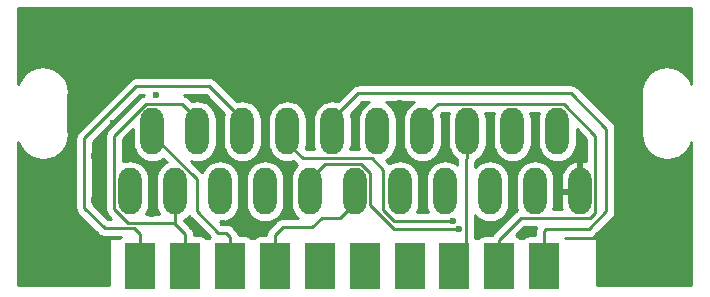
<source format=gtl>
G04 #@! TF.GenerationSoftware,KiCad,Pcbnew,(5.1.0)-1*
G04 #@! TF.CreationDate,2019-07-11T18:39:25-04:00*
G04 #@! TF.ProjectId,EUROSCART_2_JP21,4555524f-5343-4415-9254-5f325f4a5032,rev?*
G04 #@! TF.SameCoordinates,Original*
G04 #@! TF.FileFunction,Copper,L1,Top*
G04 #@! TF.FilePolarity,Positive*
%FSLAX46Y46*%
G04 Gerber Fmt 4.6, Leading zero omitted, Abs format (unit mm)*
G04 Created by KiCad (PCBNEW (5.1.0)-1) date 2019-07-11 18:39:25*
%MOMM*%
%LPD*%
G04 APERTURE LIST*
%ADD10R,2.500000X4.000000*%
%ADD11O,1.981200X3.962400*%
%ADD12C,0.600000*%
%ADD13C,0.250000*%
%ADD14C,0.254000*%
G04 APERTURE END LIST*
D10*
X115625000Y-91840501D03*
X119425000Y-91840501D03*
X123225000Y-91840501D03*
X127025000Y-91840501D03*
X130825000Y-91840501D03*
X134625000Y-91840501D03*
X138425000Y-91840501D03*
X142225000Y-91840501D03*
X146025000Y-91840501D03*
X149825000Y-91840501D03*
D11*
X114750000Y-85480000D03*
X116655000Y-80400000D03*
X118560000Y-85480000D03*
X120465000Y-80400000D03*
X122370000Y-85480000D03*
X124275000Y-80400000D03*
X126180000Y-85480000D03*
X128085000Y-80400000D03*
X129990000Y-85480000D03*
X131895000Y-80400000D03*
X133800000Y-85480000D03*
X135705000Y-80400000D03*
X137610000Y-85480000D03*
X139515000Y-80400000D03*
X141420000Y-85480000D03*
X143325000Y-80400000D03*
X145230000Y-85480000D03*
X147135000Y-80400000D03*
X149040000Y-85480000D03*
X150945000Y-80400000D03*
X152850000Y-85480000D03*
D12*
X160000000Y-70400000D03*
X157500000Y-70400000D03*
X155000000Y-70400000D03*
X152500000Y-70400000D03*
X150000000Y-70400000D03*
X147500000Y-70400000D03*
X145000000Y-70400000D03*
X142500000Y-70400000D03*
X140000000Y-70400000D03*
X137500000Y-70400000D03*
X135000000Y-70400000D03*
X132500000Y-70400000D03*
X130000000Y-70400000D03*
X127500000Y-70400000D03*
X125000000Y-70400000D03*
X122500000Y-70400000D03*
X120000000Y-70400000D03*
X117500000Y-70400000D03*
X115000000Y-70400000D03*
X112500000Y-70400000D03*
X110000000Y-70400000D03*
X107500000Y-70400000D03*
X142100000Y-88000000D03*
X142575000Y-88643721D03*
X155000000Y-92500000D03*
X160000000Y-72500000D03*
X107500000Y-72500000D03*
X107500000Y-92500000D03*
X110000000Y-92500000D03*
X111700000Y-86200000D03*
X111700000Y-82500000D03*
X113300000Y-79700000D03*
X117000000Y-77300000D03*
X126200000Y-76700000D03*
X130500000Y-77300000D03*
X124200000Y-88700000D03*
X122600000Y-88200000D03*
X120300000Y-88600000D03*
X116600000Y-87400000D03*
X116600000Y-84200000D03*
X137600000Y-78000000D03*
X133800000Y-79500000D03*
X148400000Y-88800000D03*
X139500000Y-85400000D03*
X147100000Y-85400000D03*
X106800000Y-84900000D03*
X106900000Y-87600000D03*
X106500000Y-90000000D03*
X156600000Y-92600000D03*
X160300000Y-89900000D03*
X160600000Y-87600000D03*
X160600000Y-84900000D03*
X161100000Y-92499998D03*
D13*
X143325000Y-82631200D02*
X143325000Y-80400000D01*
X143200000Y-82756200D02*
X143325000Y-82631200D01*
X143200000Y-90115501D02*
X143200000Y-82756200D01*
X142225000Y-91840501D02*
X142225000Y-91090501D01*
X142225000Y-91090501D02*
X143200000Y-90115501D01*
X129400610Y-82706210D02*
X135206210Y-82706210D01*
X136200000Y-87100000D02*
X137100000Y-88000000D01*
X128085000Y-81390600D02*
X129400610Y-82706210D01*
X137100000Y-88000000D02*
X141675736Y-88000000D01*
X141675736Y-88000000D02*
X142100000Y-88000000D01*
X136200000Y-83700000D02*
X136200000Y-87100000D01*
X135206210Y-82706210D02*
X136200000Y-83700000D01*
X128085000Y-80400000D02*
X128085000Y-81390600D01*
X139515000Y-79409400D02*
X139515000Y-80400000D01*
X140830610Y-78093790D02*
X139515000Y-79409400D01*
X151489943Y-78093790D02*
X140830610Y-78093790D01*
X154165610Y-80769457D02*
X151489943Y-78093790D01*
X154165610Y-87334390D02*
X154165610Y-80769457D01*
X147829291Y-87786210D02*
X153713790Y-87786210D01*
X146025000Y-89590501D02*
X147829291Y-87786210D01*
X153713790Y-87786210D02*
X154165610Y-87334390D01*
X146025000Y-91840501D02*
X146025000Y-89590501D01*
X129990000Y-84489400D02*
X129990000Y-85480000D01*
X131305610Y-83173790D02*
X129990000Y-84489400D01*
X135115610Y-83944457D02*
X134344943Y-83173790D01*
X135115610Y-86652020D02*
X135115610Y-83944457D01*
X137107311Y-88643721D02*
X135115610Y-86652020D01*
X134344943Y-83173790D02*
X131305610Y-83173790D01*
X142575000Y-88643721D02*
X137107311Y-88643721D01*
X150000000Y-88700000D02*
X149825000Y-88875000D01*
X149825000Y-88875000D02*
X149825000Y-91840501D01*
X153600000Y-88700000D02*
X150000000Y-88700000D01*
X131895000Y-79409400D02*
X134104400Y-77200000D01*
X131895000Y-80400000D02*
X131895000Y-79409400D01*
X134104400Y-77200000D02*
X152100000Y-77200000D01*
X152100000Y-77200000D02*
X155100000Y-80200000D01*
X155100000Y-80200000D02*
X155100000Y-87200000D01*
X155100000Y-87200000D02*
X153600000Y-88700000D01*
X124275000Y-79409400D02*
X121465600Y-76600000D01*
X124275000Y-80400000D02*
X124275000Y-79409400D01*
X121465600Y-76600000D02*
X115300000Y-76600000D01*
X115300000Y-76600000D02*
X110900000Y-81000000D01*
X110900000Y-81000000D02*
X110900000Y-86900000D01*
X110900000Y-86900000D02*
X112600000Y-88600000D01*
X112600000Y-88600000D02*
X115100000Y-88600000D01*
X115625000Y-89125000D02*
X115625000Y-91840501D01*
X115100000Y-88600000D02*
X115625000Y-89125000D01*
X114568837Y-88149990D02*
X118449990Y-88149990D01*
X120465000Y-79409400D02*
X119149390Y-78093790D01*
X120465000Y-80400000D02*
X120465000Y-79409400D01*
X119149390Y-78093790D02*
X116110057Y-78093790D01*
X116110057Y-78093790D02*
X113434390Y-80769457D01*
X113434390Y-80769457D02*
X113434390Y-87015543D01*
X113434390Y-87015543D02*
X114568837Y-88149990D01*
X119425000Y-89125000D02*
X119425000Y-91840501D01*
X118449990Y-88149990D02*
X119425000Y-89125000D01*
X118560000Y-85480000D02*
X118560000Y-86470600D01*
X118560000Y-88039980D02*
X118560000Y-85480000D01*
X118449990Y-88149990D02*
X118560000Y-88039980D01*
X123225000Y-89325000D02*
X123225000Y-91840501D01*
X116655000Y-80723847D02*
X120400000Y-84468847D01*
X116655000Y-80400000D02*
X116655000Y-80723847D01*
X120400000Y-84468847D02*
X120400000Y-87200000D01*
X120400000Y-87200000D02*
X122200000Y-89000000D01*
X122200000Y-89000000D02*
X122900000Y-89000000D01*
X122900000Y-89000000D02*
X123225000Y-89325000D01*
X133800000Y-86470600D02*
X133800000Y-85480000D01*
X132559400Y-87711200D02*
X133800000Y-86470600D01*
X130988800Y-87711200D02*
X132559400Y-87711200D01*
X127700000Y-88500000D02*
X130200000Y-88500000D01*
X130200000Y-88500000D02*
X130988800Y-87711200D01*
X127025000Y-89175000D02*
X127025000Y-91840501D01*
X127700000Y-88500000D02*
X127025000Y-89175000D01*
D14*
G36*
X162290001Y-76437191D02*
G01*
X162245868Y-76298068D01*
X162222290Y-76243058D01*
X162199508Y-76187783D01*
X162195125Y-76179677D01*
X162051836Y-75919034D01*
X162018048Y-75869687D01*
X161984936Y-75819850D01*
X161979062Y-75812749D01*
X161787876Y-75584904D01*
X161745146Y-75543060D01*
X161702987Y-75500605D01*
X161695846Y-75494781D01*
X161464045Y-75308408D01*
X161414031Y-75275680D01*
X161364398Y-75242202D01*
X161356261Y-75237876D01*
X161092675Y-75100077D01*
X161037219Y-75077672D01*
X160982068Y-75054488D01*
X160973246Y-75051825D01*
X160687915Y-74967847D01*
X160629175Y-74956642D01*
X160570558Y-74944609D01*
X160561386Y-74943710D01*
X160265178Y-74916753D01*
X160205361Y-74917171D01*
X160145544Y-74916753D01*
X160136372Y-74917653D01*
X159840569Y-74948742D01*
X159781972Y-74960771D01*
X159723210Y-74971980D01*
X159714388Y-74974644D01*
X159430257Y-75062598D01*
X159375139Y-75085768D01*
X159319650Y-75108186D01*
X159311514Y-75112513D01*
X159049878Y-75253979D01*
X159000311Y-75287412D01*
X158950232Y-75320183D01*
X158943091Y-75326008D01*
X158713915Y-75515597D01*
X158671774Y-75558034D01*
X158629024Y-75599897D01*
X158623150Y-75606998D01*
X158435164Y-75837492D01*
X158402049Y-75887334D01*
X158368265Y-75936674D01*
X158363882Y-75944781D01*
X158224246Y-76207399D01*
X158201458Y-76262687D01*
X158177886Y-76317683D01*
X158175162Y-76326487D01*
X158089193Y-76611225D01*
X158077570Y-76669925D01*
X158065137Y-76728419D01*
X158064174Y-76737584D01*
X158035150Y-77033596D01*
X158035150Y-77162406D01*
X158055801Y-77266697D01*
X158055800Y-80487952D01*
X158045478Y-80521300D01*
X158036932Y-80602622D01*
X158035299Y-80610870D01*
X158035299Y-80618164D01*
X158032016Y-80649404D01*
X158032016Y-80658620D01*
X158032165Y-80679898D01*
X158035298Y-80709700D01*
X158035298Y-80739680D01*
X158036262Y-80748844D01*
X158069416Y-81044424D01*
X158081853Y-81102936D01*
X158093471Y-81161614D01*
X158096196Y-81170413D01*
X158096197Y-81170419D01*
X158096199Y-81170425D01*
X158186130Y-81453928D01*
X158209691Y-81508899D01*
X158232491Y-81564217D01*
X158236874Y-81572323D01*
X158380163Y-81832965D01*
X158413947Y-81882305D01*
X158447062Y-81932147D01*
X158452936Y-81939247D01*
X158644122Y-82167094D01*
X158686853Y-82208939D01*
X158729013Y-82251395D01*
X158736155Y-82257219D01*
X158967956Y-82443591D01*
X159017968Y-82476318D01*
X159067600Y-82509795D01*
X159075737Y-82514121D01*
X159339323Y-82651921D01*
X159394783Y-82674328D01*
X159449931Y-82697511D01*
X159458753Y-82700174D01*
X159744083Y-82784152D01*
X159802837Y-82795360D01*
X159861441Y-82807390D01*
X159870613Y-82808289D01*
X160166820Y-82835246D01*
X160226638Y-82834828D01*
X160286455Y-82835246D01*
X160295626Y-82834347D01*
X160591430Y-82803257D01*
X160650017Y-82791230D01*
X160708787Y-82780020D01*
X160717609Y-82777356D01*
X161001740Y-82689403D01*
X161056883Y-82666223D01*
X161112348Y-82643814D01*
X161120485Y-82639487D01*
X161382121Y-82498021D01*
X161431705Y-82464576D01*
X161481768Y-82431816D01*
X161488909Y-82425992D01*
X161718085Y-82236401D01*
X161760224Y-82193966D01*
X161802974Y-82152103D01*
X161808848Y-82145002D01*
X161996834Y-81914509D01*
X162029938Y-81864682D01*
X162063733Y-81815327D01*
X162068116Y-81807221D01*
X162207753Y-81544603D01*
X162230560Y-81489269D01*
X162254114Y-81434314D01*
X162256838Y-81425515D01*
X162256840Y-81425509D01*
X162290001Y-81315674D01*
X162290000Y-93390000D01*
X154327000Y-93390000D01*
X154327000Y-89600000D01*
X154324560Y-89575224D01*
X154317333Y-89551399D01*
X154305597Y-89529443D01*
X154289803Y-89510197D01*
X154270557Y-89494403D01*
X154248601Y-89482667D01*
X154224776Y-89475440D01*
X154200000Y-89473000D01*
X151594862Y-89473000D01*
X151584194Y-89460000D01*
X153562678Y-89460000D01*
X153600000Y-89463676D01*
X153637322Y-89460000D01*
X153637333Y-89460000D01*
X153748986Y-89449003D01*
X153892247Y-89405546D01*
X154024276Y-89334974D01*
X154140001Y-89240001D01*
X154163804Y-89210997D01*
X155611003Y-87763799D01*
X155640001Y-87740001D01*
X155734974Y-87624276D01*
X155805546Y-87492247D01*
X155849003Y-87348986D01*
X155860000Y-87237333D01*
X155860000Y-87237324D01*
X155863676Y-87200001D01*
X155860000Y-87162678D01*
X155860000Y-80237325D01*
X155863676Y-80200000D01*
X155860000Y-80162675D01*
X155860000Y-80162667D01*
X155849003Y-80051014D01*
X155805546Y-79907753D01*
X155734974Y-79775724D01*
X155640001Y-79659999D01*
X155611004Y-79636202D01*
X152663804Y-76689003D01*
X152640001Y-76659999D01*
X152524276Y-76565026D01*
X152392247Y-76494454D01*
X152248986Y-76450997D01*
X152137333Y-76440000D01*
X152137322Y-76440000D01*
X152100000Y-76436324D01*
X152062678Y-76440000D01*
X134141722Y-76440000D01*
X134104399Y-76436324D01*
X134067076Y-76440000D01*
X134067067Y-76440000D01*
X133955414Y-76450997D01*
X133812153Y-76494454D01*
X133680124Y-76565026D01*
X133680122Y-76565027D01*
X133680123Y-76565027D01*
X133593396Y-76636201D01*
X133593392Y-76636205D01*
X133564399Y-76659999D01*
X133540605Y-76688992D01*
X132373725Y-77855873D01*
X132213673Y-77807322D01*
X131895000Y-77775935D01*
X131576328Y-77807322D01*
X131269901Y-77900275D01*
X130987496Y-78051223D01*
X130739967Y-78254366D01*
X130536824Y-78501895D01*
X130385876Y-78784300D01*
X130292923Y-79090727D01*
X130269401Y-79329546D01*
X130269400Y-81470453D01*
X130292922Y-81709272D01*
X130364796Y-81946210D01*
X129715412Y-81946210D01*
X129638527Y-81869325D01*
X129687078Y-81709273D01*
X129710600Y-81470454D01*
X129710600Y-79329546D01*
X129687078Y-79090727D01*
X129594125Y-78784300D01*
X129443177Y-78501895D01*
X129240034Y-78254366D01*
X128992505Y-78051223D01*
X128710100Y-77900275D01*
X128403673Y-77807322D01*
X128085000Y-77775935D01*
X127766328Y-77807322D01*
X127459901Y-77900275D01*
X127177496Y-78051223D01*
X126929967Y-78254366D01*
X126726824Y-78501895D01*
X126575876Y-78784300D01*
X126482923Y-79090727D01*
X126459401Y-79329546D01*
X126459400Y-81470453D01*
X126482922Y-81709272D01*
X126575875Y-82015699D01*
X126726823Y-82298104D01*
X126929966Y-82545634D01*
X127177495Y-82748777D01*
X127459900Y-82899725D01*
X127766327Y-82992678D01*
X128085000Y-83024065D01*
X128403672Y-82992678D01*
X128563725Y-82944127D01*
X128836810Y-83217212D01*
X128860609Y-83246211D01*
X128901496Y-83279766D01*
X128834967Y-83334366D01*
X128631824Y-83581895D01*
X128480876Y-83864300D01*
X128387923Y-84170727D01*
X128364401Y-84409546D01*
X128364400Y-86550453D01*
X128387922Y-86789272D01*
X128480875Y-87095699D01*
X128631823Y-87378104D01*
X128834966Y-87625634D01*
X128974321Y-87740000D01*
X127737322Y-87740000D01*
X127699999Y-87736324D01*
X127662676Y-87740000D01*
X127662667Y-87740000D01*
X127551014Y-87750997D01*
X127407753Y-87794454D01*
X127275723Y-87865026D01*
X127239544Y-87894718D01*
X127159999Y-87959999D01*
X127136200Y-87988998D01*
X126514002Y-88611197D01*
X126484999Y-88634999D01*
X126439869Y-88689991D01*
X126390026Y-88750724D01*
X126323599Y-88875000D01*
X126319454Y-88882754D01*
X126275997Y-89026015D01*
X126265000Y-89137668D01*
X126265000Y-89137678D01*
X126261324Y-89175000D01*
X126264026Y-89202429D01*
X125775000Y-89202429D01*
X125650518Y-89214689D01*
X125530820Y-89250999D01*
X125420506Y-89309964D01*
X125323815Y-89389316D01*
X125255138Y-89473000D01*
X124994862Y-89473000D01*
X124926185Y-89389316D01*
X124829494Y-89309964D01*
X124719180Y-89250999D01*
X124599482Y-89214689D01*
X124475000Y-89202429D01*
X123976605Y-89202429D01*
X123974003Y-89176014D01*
X123930546Y-89032753D01*
X123859974Y-88900724D01*
X123765001Y-88784999D01*
X123736003Y-88761201D01*
X123463803Y-88489002D01*
X123440001Y-88459999D01*
X123324276Y-88365026D01*
X123192247Y-88294454D01*
X123048986Y-88250997D01*
X122937333Y-88240000D01*
X122937322Y-88240000D01*
X122900000Y-88236324D01*
X122862678Y-88240000D01*
X122514803Y-88240000D01*
X122378072Y-88103270D01*
X122688672Y-88072678D01*
X122995099Y-87979725D01*
X123277504Y-87828777D01*
X123525034Y-87625634D01*
X123728177Y-87378105D01*
X123879125Y-87095700D01*
X123972078Y-86789273D01*
X123995600Y-86550454D01*
X123995600Y-86550453D01*
X124554400Y-86550453D01*
X124577922Y-86789272D01*
X124670875Y-87095699D01*
X124821823Y-87378104D01*
X125024966Y-87625634D01*
X125272495Y-87828777D01*
X125554900Y-87979725D01*
X125861327Y-88072678D01*
X126180000Y-88104065D01*
X126498672Y-88072678D01*
X126805099Y-87979725D01*
X127087504Y-87828777D01*
X127335034Y-87625634D01*
X127538177Y-87378105D01*
X127689125Y-87095700D01*
X127782078Y-86789273D01*
X127805600Y-86550454D01*
X127805600Y-84409546D01*
X127782078Y-84170727D01*
X127689125Y-83864300D01*
X127538177Y-83581895D01*
X127335034Y-83334366D01*
X127087505Y-83131223D01*
X126805100Y-82980275D01*
X126498673Y-82887322D01*
X126180000Y-82855935D01*
X125861328Y-82887322D01*
X125554901Y-82980275D01*
X125272496Y-83131223D01*
X125024967Y-83334366D01*
X124821824Y-83581895D01*
X124670876Y-83864300D01*
X124577923Y-84170727D01*
X124554401Y-84409546D01*
X124554400Y-86550453D01*
X123995600Y-86550453D01*
X123995600Y-84409546D01*
X123972078Y-84170727D01*
X123879125Y-83864300D01*
X123728177Y-83581895D01*
X123525034Y-83334366D01*
X123277505Y-83131223D01*
X122995100Y-82980275D01*
X122688673Y-82887322D01*
X122370000Y-82855935D01*
X122051328Y-82887322D01*
X121744901Y-82980275D01*
X121462496Y-83131223D01*
X121214967Y-83334366D01*
X121011824Y-83581895D01*
X120864143Y-83858188D01*
X119934322Y-82928367D01*
X120146327Y-82992678D01*
X120465000Y-83024065D01*
X120783672Y-82992678D01*
X121090099Y-82899725D01*
X121372504Y-82748777D01*
X121620034Y-82545634D01*
X121823177Y-82298105D01*
X121974125Y-82015700D01*
X122067078Y-81709273D01*
X122090600Y-81470454D01*
X122090600Y-79329546D01*
X122067078Y-79090727D01*
X121974125Y-78784300D01*
X121823177Y-78501895D01*
X121620034Y-78254366D01*
X121372505Y-78051223D01*
X121090100Y-77900275D01*
X120783673Y-77807322D01*
X120465000Y-77775935D01*
X120146328Y-77807322D01*
X119986275Y-77855873D01*
X119713194Y-77582793D01*
X119689391Y-77553789D01*
X119573666Y-77458816D01*
X119441637Y-77388244D01*
X119348527Y-77360000D01*
X121150799Y-77360000D01*
X122721474Y-78930675D01*
X122672923Y-79090727D01*
X122649401Y-79329546D01*
X122649400Y-81470453D01*
X122672922Y-81709272D01*
X122765875Y-82015699D01*
X122916823Y-82298104D01*
X123119966Y-82545634D01*
X123367495Y-82748777D01*
X123649900Y-82899725D01*
X123956327Y-82992678D01*
X124275000Y-83024065D01*
X124593672Y-82992678D01*
X124900099Y-82899725D01*
X125182504Y-82748777D01*
X125430034Y-82545634D01*
X125633177Y-82298105D01*
X125784125Y-82015700D01*
X125877078Y-81709273D01*
X125900600Y-81470454D01*
X125900600Y-79329546D01*
X125877078Y-79090727D01*
X125784125Y-78784300D01*
X125633177Y-78501895D01*
X125430034Y-78254366D01*
X125182505Y-78051223D01*
X124900100Y-77900275D01*
X124593673Y-77807322D01*
X124275000Y-77775935D01*
X123956328Y-77807322D01*
X123796275Y-77855873D01*
X122029404Y-76089003D01*
X122005601Y-76059999D01*
X121889876Y-75965026D01*
X121757847Y-75894454D01*
X121614586Y-75850997D01*
X121502933Y-75840000D01*
X121502922Y-75840000D01*
X121465600Y-75836324D01*
X121428278Y-75840000D01*
X115337325Y-75840000D01*
X115300000Y-75836324D01*
X115262675Y-75840000D01*
X115262667Y-75840000D01*
X115151014Y-75850997D01*
X115007753Y-75894454D01*
X114875724Y-75965026D01*
X114759999Y-76059999D01*
X114736201Y-76088997D01*
X110389003Y-80436196D01*
X110359999Y-80459999D01*
X110333535Y-80492246D01*
X110265026Y-80575724D01*
X110206483Y-80685249D01*
X110194454Y-80707754D01*
X110150997Y-80851015D01*
X110140000Y-80962668D01*
X110140000Y-80962678D01*
X110136324Y-81000000D01*
X110140000Y-81037323D01*
X110140001Y-86862668D01*
X110136324Y-86900000D01*
X110140001Y-86937333D01*
X110150998Y-87048986D01*
X110152178Y-87052876D01*
X110194454Y-87192246D01*
X110265026Y-87324276D01*
X110330432Y-87403972D01*
X110360000Y-87440001D01*
X110388998Y-87463799D01*
X112036200Y-89111002D01*
X112059999Y-89140001D01*
X112088997Y-89163799D01*
X112175723Y-89234974D01*
X112294111Y-89298254D01*
X112307753Y-89305546D01*
X112451014Y-89349003D01*
X112562667Y-89360000D01*
X112562676Y-89360000D01*
X112599999Y-89363676D01*
X112637322Y-89360000D01*
X113959537Y-89360000D01*
X113923815Y-89389316D01*
X113855138Y-89473000D01*
X113100000Y-89473000D01*
X113075224Y-89475440D01*
X113051399Y-89482667D01*
X113029443Y-89494403D01*
X113010197Y-89510197D01*
X112994403Y-89529443D01*
X112982667Y-89551399D01*
X112975440Y-89575224D01*
X112973000Y-89600000D01*
X112973000Y-93390000D01*
X105310000Y-93390000D01*
X105310000Y-81314810D01*
X105354130Y-81453928D01*
X105377691Y-81508899D01*
X105400491Y-81564217D01*
X105404874Y-81572323D01*
X105548163Y-81832965D01*
X105581947Y-81882305D01*
X105615062Y-81932147D01*
X105620936Y-81939247D01*
X105812122Y-82167094D01*
X105854853Y-82208939D01*
X105897013Y-82251395D01*
X105904155Y-82257219D01*
X106135956Y-82443591D01*
X106185968Y-82476318D01*
X106235600Y-82509795D01*
X106243737Y-82514121D01*
X106507323Y-82651921D01*
X106562783Y-82674328D01*
X106617931Y-82697511D01*
X106626753Y-82700174D01*
X106912083Y-82784152D01*
X106970837Y-82795360D01*
X107029441Y-82807390D01*
X107038613Y-82808289D01*
X107334820Y-82835246D01*
X107394638Y-82834828D01*
X107454455Y-82835246D01*
X107463626Y-82834347D01*
X107759430Y-82803257D01*
X107818017Y-82791230D01*
X107876787Y-82780020D01*
X107885609Y-82777356D01*
X108169740Y-82689403D01*
X108224883Y-82666223D01*
X108280348Y-82643814D01*
X108288485Y-82639487D01*
X108550121Y-82498021D01*
X108599705Y-82464576D01*
X108649768Y-82431816D01*
X108656909Y-82425992D01*
X108886085Y-82236401D01*
X108928224Y-82193966D01*
X108970974Y-82152103D01*
X108976848Y-82145002D01*
X109164834Y-81914509D01*
X109197938Y-81864682D01*
X109231733Y-81815327D01*
X109236116Y-81807221D01*
X109375753Y-81544603D01*
X109398560Y-81489269D01*
X109422114Y-81434314D01*
X109424838Y-81425515D01*
X109424840Y-81425509D01*
X109510806Y-81140773D01*
X109522422Y-81082108D01*
X109534862Y-81023584D01*
X109535825Y-81014419D01*
X109564850Y-80718406D01*
X109564850Y-80589596D01*
X109544200Y-80485305D01*
X109544200Y-77264047D01*
X109554522Y-77230699D01*
X109563068Y-77149377D01*
X109564701Y-77141129D01*
X109564701Y-77133835D01*
X109567984Y-77102594D01*
X109567984Y-77093379D01*
X109567835Y-77072100D01*
X109564702Y-77042298D01*
X109564702Y-77012319D01*
X109563738Y-77003154D01*
X109530584Y-76707575D01*
X109518151Y-76649081D01*
X109506528Y-76590381D01*
X109503803Y-76581578D01*
X109413868Y-76298068D01*
X109390290Y-76243058D01*
X109367508Y-76187783D01*
X109363125Y-76179677D01*
X109219836Y-75919034D01*
X109186048Y-75869687D01*
X109152936Y-75819850D01*
X109147062Y-75812749D01*
X108955876Y-75584904D01*
X108913146Y-75543060D01*
X108870987Y-75500605D01*
X108863846Y-75494781D01*
X108632045Y-75308408D01*
X108582031Y-75275680D01*
X108532398Y-75242202D01*
X108524261Y-75237876D01*
X108260675Y-75100077D01*
X108205219Y-75077672D01*
X108150068Y-75054488D01*
X108141246Y-75051825D01*
X107855915Y-74967847D01*
X107797175Y-74956642D01*
X107738558Y-74944609D01*
X107729386Y-74943710D01*
X107433178Y-74916753D01*
X107373361Y-74917171D01*
X107313544Y-74916753D01*
X107304372Y-74917653D01*
X107008569Y-74948742D01*
X106949972Y-74960771D01*
X106891210Y-74971980D01*
X106882388Y-74974644D01*
X106598257Y-75062598D01*
X106543139Y-75085768D01*
X106487650Y-75108186D01*
X106479514Y-75112513D01*
X106217878Y-75253979D01*
X106168311Y-75287412D01*
X106118232Y-75320183D01*
X106111091Y-75326008D01*
X105881915Y-75515597D01*
X105839774Y-75558034D01*
X105797024Y-75599897D01*
X105791150Y-75606998D01*
X105603164Y-75837492D01*
X105570049Y-75887334D01*
X105536265Y-75936674D01*
X105531882Y-75944781D01*
X105392246Y-76207399D01*
X105369458Y-76262687D01*
X105345886Y-76317683D01*
X105343162Y-76326487D01*
X105310000Y-76436323D01*
X105310000Y-70010000D01*
X162290001Y-70010000D01*
X162290001Y-76437191D01*
X162290001Y-76437191D01*
G37*
X162290001Y-76437191D02*
X162245868Y-76298068D01*
X162222290Y-76243058D01*
X162199508Y-76187783D01*
X162195125Y-76179677D01*
X162051836Y-75919034D01*
X162018048Y-75869687D01*
X161984936Y-75819850D01*
X161979062Y-75812749D01*
X161787876Y-75584904D01*
X161745146Y-75543060D01*
X161702987Y-75500605D01*
X161695846Y-75494781D01*
X161464045Y-75308408D01*
X161414031Y-75275680D01*
X161364398Y-75242202D01*
X161356261Y-75237876D01*
X161092675Y-75100077D01*
X161037219Y-75077672D01*
X160982068Y-75054488D01*
X160973246Y-75051825D01*
X160687915Y-74967847D01*
X160629175Y-74956642D01*
X160570558Y-74944609D01*
X160561386Y-74943710D01*
X160265178Y-74916753D01*
X160205361Y-74917171D01*
X160145544Y-74916753D01*
X160136372Y-74917653D01*
X159840569Y-74948742D01*
X159781972Y-74960771D01*
X159723210Y-74971980D01*
X159714388Y-74974644D01*
X159430257Y-75062598D01*
X159375139Y-75085768D01*
X159319650Y-75108186D01*
X159311514Y-75112513D01*
X159049878Y-75253979D01*
X159000311Y-75287412D01*
X158950232Y-75320183D01*
X158943091Y-75326008D01*
X158713915Y-75515597D01*
X158671774Y-75558034D01*
X158629024Y-75599897D01*
X158623150Y-75606998D01*
X158435164Y-75837492D01*
X158402049Y-75887334D01*
X158368265Y-75936674D01*
X158363882Y-75944781D01*
X158224246Y-76207399D01*
X158201458Y-76262687D01*
X158177886Y-76317683D01*
X158175162Y-76326487D01*
X158089193Y-76611225D01*
X158077570Y-76669925D01*
X158065137Y-76728419D01*
X158064174Y-76737584D01*
X158035150Y-77033596D01*
X158035150Y-77162406D01*
X158055801Y-77266697D01*
X158055800Y-80487952D01*
X158045478Y-80521300D01*
X158036932Y-80602622D01*
X158035299Y-80610870D01*
X158035299Y-80618164D01*
X158032016Y-80649404D01*
X158032016Y-80658620D01*
X158032165Y-80679898D01*
X158035298Y-80709700D01*
X158035298Y-80739680D01*
X158036262Y-80748844D01*
X158069416Y-81044424D01*
X158081853Y-81102936D01*
X158093471Y-81161614D01*
X158096196Y-81170413D01*
X158096197Y-81170419D01*
X158096199Y-81170425D01*
X158186130Y-81453928D01*
X158209691Y-81508899D01*
X158232491Y-81564217D01*
X158236874Y-81572323D01*
X158380163Y-81832965D01*
X158413947Y-81882305D01*
X158447062Y-81932147D01*
X158452936Y-81939247D01*
X158644122Y-82167094D01*
X158686853Y-82208939D01*
X158729013Y-82251395D01*
X158736155Y-82257219D01*
X158967956Y-82443591D01*
X159017968Y-82476318D01*
X159067600Y-82509795D01*
X159075737Y-82514121D01*
X159339323Y-82651921D01*
X159394783Y-82674328D01*
X159449931Y-82697511D01*
X159458753Y-82700174D01*
X159744083Y-82784152D01*
X159802837Y-82795360D01*
X159861441Y-82807390D01*
X159870613Y-82808289D01*
X160166820Y-82835246D01*
X160226638Y-82834828D01*
X160286455Y-82835246D01*
X160295626Y-82834347D01*
X160591430Y-82803257D01*
X160650017Y-82791230D01*
X160708787Y-82780020D01*
X160717609Y-82777356D01*
X161001740Y-82689403D01*
X161056883Y-82666223D01*
X161112348Y-82643814D01*
X161120485Y-82639487D01*
X161382121Y-82498021D01*
X161431705Y-82464576D01*
X161481768Y-82431816D01*
X161488909Y-82425992D01*
X161718085Y-82236401D01*
X161760224Y-82193966D01*
X161802974Y-82152103D01*
X161808848Y-82145002D01*
X161996834Y-81914509D01*
X162029938Y-81864682D01*
X162063733Y-81815327D01*
X162068116Y-81807221D01*
X162207753Y-81544603D01*
X162230560Y-81489269D01*
X162254114Y-81434314D01*
X162256838Y-81425515D01*
X162256840Y-81425509D01*
X162290001Y-81315674D01*
X162290000Y-93390000D01*
X154327000Y-93390000D01*
X154327000Y-89600000D01*
X154324560Y-89575224D01*
X154317333Y-89551399D01*
X154305597Y-89529443D01*
X154289803Y-89510197D01*
X154270557Y-89494403D01*
X154248601Y-89482667D01*
X154224776Y-89475440D01*
X154200000Y-89473000D01*
X151594862Y-89473000D01*
X151584194Y-89460000D01*
X153562678Y-89460000D01*
X153600000Y-89463676D01*
X153637322Y-89460000D01*
X153637333Y-89460000D01*
X153748986Y-89449003D01*
X153892247Y-89405546D01*
X154024276Y-89334974D01*
X154140001Y-89240001D01*
X154163804Y-89210997D01*
X155611003Y-87763799D01*
X155640001Y-87740001D01*
X155734974Y-87624276D01*
X155805546Y-87492247D01*
X155849003Y-87348986D01*
X155860000Y-87237333D01*
X155860000Y-87237324D01*
X155863676Y-87200001D01*
X155860000Y-87162678D01*
X155860000Y-80237325D01*
X155863676Y-80200000D01*
X155860000Y-80162675D01*
X155860000Y-80162667D01*
X155849003Y-80051014D01*
X155805546Y-79907753D01*
X155734974Y-79775724D01*
X155640001Y-79659999D01*
X155611004Y-79636202D01*
X152663804Y-76689003D01*
X152640001Y-76659999D01*
X152524276Y-76565026D01*
X152392247Y-76494454D01*
X152248986Y-76450997D01*
X152137333Y-76440000D01*
X152137322Y-76440000D01*
X152100000Y-76436324D01*
X152062678Y-76440000D01*
X134141722Y-76440000D01*
X134104399Y-76436324D01*
X134067076Y-76440000D01*
X134067067Y-76440000D01*
X133955414Y-76450997D01*
X133812153Y-76494454D01*
X133680124Y-76565026D01*
X133680122Y-76565027D01*
X133680123Y-76565027D01*
X133593396Y-76636201D01*
X133593392Y-76636205D01*
X133564399Y-76659999D01*
X133540605Y-76688992D01*
X132373725Y-77855873D01*
X132213673Y-77807322D01*
X131895000Y-77775935D01*
X131576328Y-77807322D01*
X131269901Y-77900275D01*
X130987496Y-78051223D01*
X130739967Y-78254366D01*
X130536824Y-78501895D01*
X130385876Y-78784300D01*
X130292923Y-79090727D01*
X130269401Y-79329546D01*
X130269400Y-81470453D01*
X130292922Y-81709272D01*
X130364796Y-81946210D01*
X129715412Y-81946210D01*
X129638527Y-81869325D01*
X129687078Y-81709273D01*
X129710600Y-81470454D01*
X129710600Y-79329546D01*
X129687078Y-79090727D01*
X129594125Y-78784300D01*
X129443177Y-78501895D01*
X129240034Y-78254366D01*
X128992505Y-78051223D01*
X128710100Y-77900275D01*
X128403673Y-77807322D01*
X128085000Y-77775935D01*
X127766328Y-77807322D01*
X127459901Y-77900275D01*
X127177496Y-78051223D01*
X126929967Y-78254366D01*
X126726824Y-78501895D01*
X126575876Y-78784300D01*
X126482923Y-79090727D01*
X126459401Y-79329546D01*
X126459400Y-81470453D01*
X126482922Y-81709272D01*
X126575875Y-82015699D01*
X126726823Y-82298104D01*
X126929966Y-82545634D01*
X127177495Y-82748777D01*
X127459900Y-82899725D01*
X127766327Y-82992678D01*
X128085000Y-83024065D01*
X128403672Y-82992678D01*
X128563725Y-82944127D01*
X128836810Y-83217212D01*
X128860609Y-83246211D01*
X128901496Y-83279766D01*
X128834967Y-83334366D01*
X128631824Y-83581895D01*
X128480876Y-83864300D01*
X128387923Y-84170727D01*
X128364401Y-84409546D01*
X128364400Y-86550453D01*
X128387922Y-86789272D01*
X128480875Y-87095699D01*
X128631823Y-87378104D01*
X128834966Y-87625634D01*
X128974321Y-87740000D01*
X127737322Y-87740000D01*
X127699999Y-87736324D01*
X127662676Y-87740000D01*
X127662667Y-87740000D01*
X127551014Y-87750997D01*
X127407753Y-87794454D01*
X127275723Y-87865026D01*
X127239544Y-87894718D01*
X127159999Y-87959999D01*
X127136200Y-87988998D01*
X126514002Y-88611197D01*
X126484999Y-88634999D01*
X126439869Y-88689991D01*
X126390026Y-88750724D01*
X126323599Y-88875000D01*
X126319454Y-88882754D01*
X126275997Y-89026015D01*
X126265000Y-89137668D01*
X126265000Y-89137678D01*
X126261324Y-89175000D01*
X126264026Y-89202429D01*
X125775000Y-89202429D01*
X125650518Y-89214689D01*
X125530820Y-89250999D01*
X125420506Y-89309964D01*
X125323815Y-89389316D01*
X125255138Y-89473000D01*
X124994862Y-89473000D01*
X124926185Y-89389316D01*
X124829494Y-89309964D01*
X124719180Y-89250999D01*
X124599482Y-89214689D01*
X124475000Y-89202429D01*
X123976605Y-89202429D01*
X123974003Y-89176014D01*
X123930546Y-89032753D01*
X123859974Y-88900724D01*
X123765001Y-88784999D01*
X123736003Y-88761201D01*
X123463803Y-88489002D01*
X123440001Y-88459999D01*
X123324276Y-88365026D01*
X123192247Y-88294454D01*
X123048986Y-88250997D01*
X122937333Y-88240000D01*
X122937322Y-88240000D01*
X122900000Y-88236324D01*
X122862678Y-88240000D01*
X122514803Y-88240000D01*
X122378072Y-88103270D01*
X122688672Y-88072678D01*
X122995099Y-87979725D01*
X123277504Y-87828777D01*
X123525034Y-87625634D01*
X123728177Y-87378105D01*
X123879125Y-87095700D01*
X123972078Y-86789273D01*
X123995600Y-86550454D01*
X123995600Y-86550453D01*
X124554400Y-86550453D01*
X124577922Y-86789272D01*
X124670875Y-87095699D01*
X124821823Y-87378104D01*
X125024966Y-87625634D01*
X125272495Y-87828777D01*
X125554900Y-87979725D01*
X125861327Y-88072678D01*
X126180000Y-88104065D01*
X126498672Y-88072678D01*
X126805099Y-87979725D01*
X127087504Y-87828777D01*
X127335034Y-87625634D01*
X127538177Y-87378105D01*
X127689125Y-87095700D01*
X127782078Y-86789273D01*
X127805600Y-86550454D01*
X127805600Y-84409546D01*
X127782078Y-84170727D01*
X127689125Y-83864300D01*
X127538177Y-83581895D01*
X127335034Y-83334366D01*
X127087505Y-83131223D01*
X126805100Y-82980275D01*
X126498673Y-82887322D01*
X126180000Y-82855935D01*
X125861328Y-82887322D01*
X125554901Y-82980275D01*
X125272496Y-83131223D01*
X125024967Y-83334366D01*
X124821824Y-83581895D01*
X124670876Y-83864300D01*
X124577923Y-84170727D01*
X124554401Y-84409546D01*
X124554400Y-86550453D01*
X123995600Y-86550453D01*
X123995600Y-84409546D01*
X123972078Y-84170727D01*
X123879125Y-83864300D01*
X123728177Y-83581895D01*
X123525034Y-83334366D01*
X123277505Y-83131223D01*
X122995100Y-82980275D01*
X122688673Y-82887322D01*
X122370000Y-82855935D01*
X122051328Y-82887322D01*
X121744901Y-82980275D01*
X121462496Y-83131223D01*
X121214967Y-83334366D01*
X121011824Y-83581895D01*
X120864143Y-83858188D01*
X119934322Y-82928367D01*
X120146327Y-82992678D01*
X120465000Y-83024065D01*
X120783672Y-82992678D01*
X121090099Y-82899725D01*
X121372504Y-82748777D01*
X121620034Y-82545634D01*
X121823177Y-82298105D01*
X121974125Y-82015700D01*
X122067078Y-81709273D01*
X122090600Y-81470454D01*
X122090600Y-79329546D01*
X122067078Y-79090727D01*
X121974125Y-78784300D01*
X121823177Y-78501895D01*
X121620034Y-78254366D01*
X121372505Y-78051223D01*
X121090100Y-77900275D01*
X120783673Y-77807322D01*
X120465000Y-77775935D01*
X120146328Y-77807322D01*
X119986275Y-77855873D01*
X119713194Y-77582793D01*
X119689391Y-77553789D01*
X119573666Y-77458816D01*
X119441637Y-77388244D01*
X119348527Y-77360000D01*
X121150799Y-77360000D01*
X122721474Y-78930675D01*
X122672923Y-79090727D01*
X122649401Y-79329546D01*
X122649400Y-81470453D01*
X122672922Y-81709272D01*
X122765875Y-82015699D01*
X122916823Y-82298104D01*
X123119966Y-82545634D01*
X123367495Y-82748777D01*
X123649900Y-82899725D01*
X123956327Y-82992678D01*
X124275000Y-83024065D01*
X124593672Y-82992678D01*
X124900099Y-82899725D01*
X125182504Y-82748777D01*
X125430034Y-82545634D01*
X125633177Y-82298105D01*
X125784125Y-82015700D01*
X125877078Y-81709273D01*
X125900600Y-81470454D01*
X125900600Y-79329546D01*
X125877078Y-79090727D01*
X125784125Y-78784300D01*
X125633177Y-78501895D01*
X125430034Y-78254366D01*
X125182505Y-78051223D01*
X124900100Y-77900275D01*
X124593673Y-77807322D01*
X124275000Y-77775935D01*
X123956328Y-77807322D01*
X123796275Y-77855873D01*
X122029404Y-76089003D01*
X122005601Y-76059999D01*
X121889876Y-75965026D01*
X121757847Y-75894454D01*
X121614586Y-75850997D01*
X121502933Y-75840000D01*
X121502922Y-75840000D01*
X121465600Y-75836324D01*
X121428278Y-75840000D01*
X115337325Y-75840000D01*
X115300000Y-75836324D01*
X115262675Y-75840000D01*
X115262667Y-75840000D01*
X115151014Y-75850997D01*
X115007753Y-75894454D01*
X114875724Y-75965026D01*
X114759999Y-76059999D01*
X114736201Y-76088997D01*
X110389003Y-80436196D01*
X110359999Y-80459999D01*
X110333535Y-80492246D01*
X110265026Y-80575724D01*
X110206483Y-80685249D01*
X110194454Y-80707754D01*
X110150997Y-80851015D01*
X110140000Y-80962668D01*
X110140000Y-80962678D01*
X110136324Y-81000000D01*
X110140000Y-81037323D01*
X110140001Y-86862668D01*
X110136324Y-86900000D01*
X110140001Y-86937333D01*
X110150998Y-87048986D01*
X110152178Y-87052876D01*
X110194454Y-87192246D01*
X110265026Y-87324276D01*
X110330432Y-87403972D01*
X110360000Y-87440001D01*
X110388998Y-87463799D01*
X112036200Y-89111002D01*
X112059999Y-89140001D01*
X112088997Y-89163799D01*
X112175723Y-89234974D01*
X112294111Y-89298254D01*
X112307753Y-89305546D01*
X112451014Y-89349003D01*
X112562667Y-89360000D01*
X112562676Y-89360000D01*
X112599999Y-89363676D01*
X112637322Y-89360000D01*
X113959537Y-89360000D01*
X113923815Y-89389316D01*
X113855138Y-89473000D01*
X113100000Y-89473000D01*
X113075224Y-89475440D01*
X113051399Y-89482667D01*
X113029443Y-89494403D01*
X113010197Y-89510197D01*
X112994403Y-89529443D01*
X112982667Y-89551399D01*
X112975440Y-89575224D01*
X112973000Y-89600000D01*
X112973000Y-93390000D01*
X105310000Y-93390000D01*
X105310000Y-81314810D01*
X105354130Y-81453928D01*
X105377691Y-81508899D01*
X105400491Y-81564217D01*
X105404874Y-81572323D01*
X105548163Y-81832965D01*
X105581947Y-81882305D01*
X105615062Y-81932147D01*
X105620936Y-81939247D01*
X105812122Y-82167094D01*
X105854853Y-82208939D01*
X105897013Y-82251395D01*
X105904155Y-82257219D01*
X106135956Y-82443591D01*
X106185968Y-82476318D01*
X106235600Y-82509795D01*
X106243737Y-82514121D01*
X106507323Y-82651921D01*
X106562783Y-82674328D01*
X106617931Y-82697511D01*
X106626753Y-82700174D01*
X106912083Y-82784152D01*
X106970837Y-82795360D01*
X107029441Y-82807390D01*
X107038613Y-82808289D01*
X107334820Y-82835246D01*
X107394638Y-82834828D01*
X107454455Y-82835246D01*
X107463626Y-82834347D01*
X107759430Y-82803257D01*
X107818017Y-82791230D01*
X107876787Y-82780020D01*
X107885609Y-82777356D01*
X108169740Y-82689403D01*
X108224883Y-82666223D01*
X108280348Y-82643814D01*
X108288485Y-82639487D01*
X108550121Y-82498021D01*
X108599705Y-82464576D01*
X108649768Y-82431816D01*
X108656909Y-82425992D01*
X108886085Y-82236401D01*
X108928224Y-82193966D01*
X108970974Y-82152103D01*
X108976848Y-82145002D01*
X109164834Y-81914509D01*
X109197938Y-81864682D01*
X109231733Y-81815327D01*
X109236116Y-81807221D01*
X109375753Y-81544603D01*
X109398560Y-81489269D01*
X109422114Y-81434314D01*
X109424838Y-81425515D01*
X109424840Y-81425509D01*
X109510806Y-81140773D01*
X109522422Y-81082108D01*
X109534862Y-81023584D01*
X109535825Y-81014419D01*
X109564850Y-80718406D01*
X109564850Y-80589596D01*
X109544200Y-80485305D01*
X109544200Y-77264047D01*
X109554522Y-77230699D01*
X109563068Y-77149377D01*
X109564701Y-77141129D01*
X109564701Y-77133835D01*
X109567984Y-77102594D01*
X109567984Y-77093379D01*
X109567835Y-77072100D01*
X109564702Y-77042298D01*
X109564702Y-77012319D01*
X109563738Y-77003154D01*
X109530584Y-76707575D01*
X109518151Y-76649081D01*
X109506528Y-76590381D01*
X109503803Y-76581578D01*
X109413868Y-76298068D01*
X109390290Y-76243058D01*
X109367508Y-76187783D01*
X109363125Y-76179677D01*
X109219836Y-75919034D01*
X109186048Y-75869687D01*
X109152936Y-75819850D01*
X109147062Y-75812749D01*
X108955876Y-75584904D01*
X108913146Y-75543060D01*
X108870987Y-75500605D01*
X108863846Y-75494781D01*
X108632045Y-75308408D01*
X108582031Y-75275680D01*
X108532398Y-75242202D01*
X108524261Y-75237876D01*
X108260675Y-75100077D01*
X108205219Y-75077672D01*
X108150068Y-75054488D01*
X108141246Y-75051825D01*
X107855915Y-74967847D01*
X107797175Y-74956642D01*
X107738558Y-74944609D01*
X107729386Y-74943710D01*
X107433178Y-74916753D01*
X107373361Y-74917171D01*
X107313544Y-74916753D01*
X107304372Y-74917653D01*
X107008569Y-74948742D01*
X106949972Y-74960771D01*
X106891210Y-74971980D01*
X106882388Y-74974644D01*
X106598257Y-75062598D01*
X106543139Y-75085768D01*
X106487650Y-75108186D01*
X106479514Y-75112513D01*
X106217878Y-75253979D01*
X106168311Y-75287412D01*
X106118232Y-75320183D01*
X106111091Y-75326008D01*
X105881915Y-75515597D01*
X105839774Y-75558034D01*
X105797024Y-75599897D01*
X105791150Y-75606998D01*
X105603164Y-75837492D01*
X105570049Y-75887334D01*
X105536265Y-75936674D01*
X105531882Y-75944781D01*
X105392246Y-76207399D01*
X105369458Y-76262687D01*
X105345886Y-76317683D01*
X105343162Y-76326487D01*
X105310000Y-76436323D01*
X105310000Y-70010000D01*
X162290001Y-70010000D01*
X162290001Y-76437191D01*
G36*
X145532923Y-79090727D02*
G01*
X145509401Y-79329546D01*
X145509400Y-81470453D01*
X145532922Y-81709272D01*
X145625875Y-82015699D01*
X145776823Y-82298104D01*
X145979966Y-82545634D01*
X146227495Y-82748777D01*
X146509900Y-82899725D01*
X146816327Y-82992678D01*
X147135000Y-83024065D01*
X147453672Y-82992678D01*
X147760099Y-82899725D01*
X148042504Y-82748777D01*
X148290034Y-82545634D01*
X148493177Y-82298105D01*
X148644125Y-82015700D01*
X148737078Y-81709273D01*
X148760600Y-81470454D01*
X148760600Y-79329546D01*
X148737078Y-79090727D01*
X148665204Y-78853790D01*
X149414797Y-78853790D01*
X149342923Y-79090727D01*
X149319401Y-79329546D01*
X149319400Y-81470453D01*
X149342922Y-81709272D01*
X149435875Y-82015699D01*
X149586823Y-82298104D01*
X149789966Y-82545634D01*
X150037495Y-82748777D01*
X150319900Y-82899725D01*
X150626327Y-82992678D01*
X150945000Y-83024065D01*
X151263672Y-82992678D01*
X151570099Y-82899725D01*
X151852504Y-82748777D01*
X152100034Y-82545634D01*
X152303177Y-82298105D01*
X152454125Y-82015700D01*
X152547078Y-81709273D01*
X152570600Y-81470454D01*
X152570600Y-80249249D01*
X153405611Y-81084260D01*
X153405611Y-82961218D01*
X153354758Y-82938940D01*
X153228959Y-82908589D01*
X152977000Y-83028058D01*
X152977000Y-85353000D01*
X152997000Y-85353000D01*
X152997000Y-85607000D01*
X152977000Y-85607000D01*
X152977000Y-85627000D01*
X152723000Y-85627000D01*
X152723000Y-85607000D01*
X151224400Y-85607000D01*
X151224400Y-86597600D01*
X151280412Y-86912299D01*
X151324921Y-87026210D01*
X150570204Y-87026210D01*
X150642078Y-86789273D01*
X150665600Y-86550454D01*
X150665600Y-84409546D01*
X150660957Y-84362400D01*
X151224400Y-84362400D01*
X151224400Y-85353000D01*
X152723000Y-85353000D01*
X152723000Y-83028058D01*
X152471041Y-82908589D01*
X152345242Y-82938940D01*
X152052461Y-83067205D01*
X151790329Y-83250124D01*
X151568920Y-83480668D01*
X151396742Y-83749977D01*
X151280412Y-84047701D01*
X151224400Y-84362400D01*
X150660957Y-84362400D01*
X150642078Y-84170727D01*
X150549125Y-83864300D01*
X150398177Y-83581895D01*
X150195034Y-83334366D01*
X149947505Y-83131223D01*
X149665100Y-82980275D01*
X149358673Y-82887322D01*
X149040000Y-82855935D01*
X148721328Y-82887322D01*
X148414901Y-82980275D01*
X148132496Y-83131223D01*
X147884967Y-83334366D01*
X147681824Y-83581895D01*
X147530876Y-83864300D01*
X147437923Y-84170727D01*
X147414401Y-84409546D01*
X147414400Y-86550453D01*
X147437922Y-86789272D01*
X147527811Y-87085599D01*
X147405015Y-87151236D01*
X147289290Y-87246209D01*
X147265492Y-87275207D01*
X145513998Y-89026702D01*
X145485000Y-89050500D01*
X145461202Y-89079498D01*
X145461201Y-89079499D01*
X145390026Y-89166225D01*
X145370674Y-89202429D01*
X144775000Y-89202429D01*
X144650518Y-89214689D01*
X144530820Y-89250999D01*
X144420506Y-89309964D01*
X144323815Y-89389316D01*
X144255138Y-89473000D01*
X143994862Y-89473000D01*
X143960000Y-89430520D01*
X143960000Y-87485548D01*
X144074966Y-87625634D01*
X144322495Y-87828777D01*
X144604900Y-87979725D01*
X144911327Y-88072678D01*
X145230000Y-88104065D01*
X145548672Y-88072678D01*
X145855099Y-87979725D01*
X146137504Y-87828777D01*
X146385034Y-87625634D01*
X146588177Y-87378105D01*
X146739125Y-87095700D01*
X146832078Y-86789273D01*
X146855600Y-86550454D01*
X146855600Y-84409546D01*
X146832078Y-84170727D01*
X146739125Y-83864300D01*
X146588177Y-83581895D01*
X146385034Y-83334366D01*
X146137505Y-83131223D01*
X145855100Y-82980275D01*
X145548673Y-82887322D01*
X145230000Y-82855935D01*
X144911328Y-82887322D01*
X144604901Y-82980275D01*
X144322496Y-83131223D01*
X144074967Y-83334366D01*
X143960000Y-83474453D01*
X143960000Y-83055427D01*
X144030546Y-82923447D01*
X144054702Y-82843814D01*
X144232504Y-82748777D01*
X144480034Y-82545634D01*
X144683177Y-82298105D01*
X144834125Y-82015700D01*
X144927078Y-81709273D01*
X144950600Y-81470454D01*
X144950600Y-79329546D01*
X144927078Y-79090727D01*
X144855204Y-78853790D01*
X145604797Y-78853790D01*
X145532923Y-79090727D01*
X145532923Y-79090727D01*
G37*
X145532923Y-79090727D02*
X145509401Y-79329546D01*
X145509400Y-81470453D01*
X145532922Y-81709272D01*
X145625875Y-82015699D01*
X145776823Y-82298104D01*
X145979966Y-82545634D01*
X146227495Y-82748777D01*
X146509900Y-82899725D01*
X146816327Y-82992678D01*
X147135000Y-83024065D01*
X147453672Y-82992678D01*
X147760099Y-82899725D01*
X148042504Y-82748777D01*
X148290034Y-82545634D01*
X148493177Y-82298105D01*
X148644125Y-82015700D01*
X148737078Y-81709273D01*
X148760600Y-81470454D01*
X148760600Y-79329546D01*
X148737078Y-79090727D01*
X148665204Y-78853790D01*
X149414797Y-78853790D01*
X149342923Y-79090727D01*
X149319401Y-79329546D01*
X149319400Y-81470453D01*
X149342922Y-81709272D01*
X149435875Y-82015699D01*
X149586823Y-82298104D01*
X149789966Y-82545634D01*
X150037495Y-82748777D01*
X150319900Y-82899725D01*
X150626327Y-82992678D01*
X150945000Y-83024065D01*
X151263672Y-82992678D01*
X151570099Y-82899725D01*
X151852504Y-82748777D01*
X152100034Y-82545634D01*
X152303177Y-82298105D01*
X152454125Y-82015700D01*
X152547078Y-81709273D01*
X152570600Y-81470454D01*
X152570600Y-80249249D01*
X153405611Y-81084260D01*
X153405611Y-82961218D01*
X153354758Y-82938940D01*
X153228959Y-82908589D01*
X152977000Y-83028058D01*
X152977000Y-85353000D01*
X152997000Y-85353000D01*
X152997000Y-85607000D01*
X152977000Y-85607000D01*
X152977000Y-85627000D01*
X152723000Y-85627000D01*
X152723000Y-85607000D01*
X151224400Y-85607000D01*
X151224400Y-86597600D01*
X151280412Y-86912299D01*
X151324921Y-87026210D01*
X150570204Y-87026210D01*
X150642078Y-86789273D01*
X150665600Y-86550454D01*
X150665600Y-84409546D01*
X150660957Y-84362400D01*
X151224400Y-84362400D01*
X151224400Y-85353000D01*
X152723000Y-85353000D01*
X152723000Y-83028058D01*
X152471041Y-82908589D01*
X152345242Y-82938940D01*
X152052461Y-83067205D01*
X151790329Y-83250124D01*
X151568920Y-83480668D01*
X151396742Y-83749977D01*
X151280412Y-84047701D01*
X151224400Y-84362400D01*
X150660957Y-84362400D01*
X150642078Y-84170727D01*
X150549125Y-83864300D01*
X150398177Y-83581895D01*
X150195034Y-83334366D01*
X149947505Y-83131223D01*
X149665100Y-82980275D01*
X149358673Y-82887322D01*
X149040000Y-82855935D01*
X148721328Y-82887322D01*
X148414901Y-82980275D01*
X148132496Y-83131223D01*
X147884967Y-83334366D01*
X147681824Y-83581895D01*
X147530876Y-83864300D01*
X147437923Y-84170727D01*
X147414401Y-84409546D01*
X147414400Y-86550453D01*
X147437922Y-86789272D01*
X147527811Y-87085599D01*
X147405015Y-87151236D01*
X147289290Y-87246209D01*
X147265492Y-87275207D01*
X145513998Y-89026702D01*
X145485000Y-89050500D01*
X145461202Y-89079498D01*
X145461201Y-89079499D01*
X145390026Y-89166225D01*
X145370674Y-89202429D01*
X144775000Y-89202429D01*
X144650518Y-89214689D01*
X144530820Y-89250999D01*
X144420506Y-89309964D01*
X144323815Y-89389316D01*
X144255138Y-89473000D01*
X143994862Y-89473000D01*
X143960000Y-89430520D01*
X143960000Y-87485548D01*
X144074966Y-87625634D01*
X144322495Y-87828777D01*
X144604900Y-87979725D01*
X144911327Y-88072678D01*
X145230000Y-88104065D01*
X145548672Y-88072678D01*
X145855099Y-87979725D01*
X146137504Y-87828777D01*
X146385034Y-87625634D01*
X146588177Y-87378105D01*
X146739125Y-87095700D01*
X146832078Y-86789273D01*
X146855600Y-86550454D01*
X146855600Y-84409546D01*
X146832078Y-84170727D01*
X146739125Y-83864300D01*
X146588177Y-83581895D01*
X146385034Y-83334366D01*
X146137505Y-83131223D01*
X145855100Y-82980275D01*
X145548673Y-82887322D01*
X145230000Y-82855935D01*
X144911328Y-82887322D01*
X144604901Y-82980275D01*
X144322496Y-83131223D01*
X144074967Y-83334366D01*
X143960000Y-83474453D01*
X143960000Y-83055427D01*
X144030546Y-82923447D01*
X144054702Y-82843814D01*
X144232504Y-82748777D01*
X144480034Y-82545634D01*
X144683177Y-82298105D01*
X144834125Y-82015700D01*
X144927078Y-81709273D01*
X144950600Y-81470454D01*
X144950600Y-79329546D01*
X144927078Y-79090727D01*
X144855204Y-78853790D01*
X145604797Y-78853790D01*
X145532923Y-79090727D01*
G36*
X149123991Y-88574266D02*
G01*
X149119454Y-88582754D01*
X149075997Y-88726015D01*
X149065000Y-88837668D01*
X149065000Y-88837678D01*
X149061324Y-88875000D01*
X149065000Y-88912323D01*
X149065000Y-89202429D01*
X148575000Y-89202429D01*
X148450518Y-89214689D01*
X148330820Y-89250999D01*
X148220506Y-89309964D01*
X148123815Y-89389316D01*
X148055138Y-89473000D01*
X147794862Y-89473000D01*
X147726185Y-89389316D01*
X147629494Y-89309964D01*
X147519180Y-89250999D01*
X147457894Y-89232408D01*
X148144093Y-88546210D01*
X149138987Y-88546210D01*
X149123991Y-88574266D01*
X149123991Y-88574266D01*
G37*
X149123991Y-88574266D02*
X149119454Y-88582754D01*
X149075997Y-88726015D01*
X149065000Y-88837668D01*
X149065000Y-88837678D01*
X149061324Y-88875000D01*
X149065000Y-88912323D01*
X149065000Y-89202429D01*
X148575000Y-89202429D01*
X148450518Y-89214689D01*
X148330820Y-89250999D01*
X148220506Y-89309964D01*
X148123815Y-89389316D01*
X148055138Y-89473000D01*
X147794862Y-89473000D01*
X147726185Y-89389316D01*
X147629494Y-89309964D01*
X147519180Y-89250999D01*
X147457894Y-89232408D01*
X148144093Y-88546210D01*
X149138987Y-88546210D01*
X149123991Y-88574266D01*
G36*
X119765026Y-87624276D02*
G01*
X119833535Y-87707753D01*
X119860000Y-87740001D01*
X119888998Y-87763799D01*
X121519622Y-89394425D01*
X121455138Y-89473000D01*
X121194862Y-89473000D01*
X121126185Y-89389316D01*
X121029494Y-89309964D01*
X120919180Y-89250999D01*
X120799482Y-89214689D01*
X120675000Y-89202429D01*
X120185000Y-89202429D01*
X120185000Y-89162322D01*
X120188676Y-89124999D01*
X120185000Y-89087676D01*
X120185000Y-89087667D01*
X120174003Y-88976014D01*
X120130546Y-88832753D01*
X120059974Y-88700724D01*
X119965001Y-88584999D01*
X119936004Y-88561202D01*
X119320000Y-87945199D01*
X119320000Y-87907619D01*
X119467504Y-87828777D01*
X119715034Y-87625634D01*
X119745748Y-87588209D01*
X119765026Y-87624276D01*
X119765026Y-87624276D01*
G37*
X119765026Y-87624276D02*
X119833535Y-87707753D01*
X119860000Y-87740001D01*
X119888998Y-87763799D01*
X121519622Y-89394425D01*
X121455138Y-89473000D01*
X121194862Y-89473000D01*
X121126185Y-89389316D01*
X121029494Y-89309964D01*
X120919180Y-89250999D01*
X120799482Y-89214689D01*
X120675000Y-89202429D01*
X120185000Y-89202429D01*
X120185000Y-89162322D01*
X120188676Y-89124999D01*
X120185000Y-89087676D01*
X120185000Y-89087667D01*
X120174003Y-88976014D01*
X120130546Y-88832753D01*
X120059974Y-88700724D01*
X119965001Y-88584999D01*
X119936004Y-88561202D01*
X119320000Y-87945199D01*
X119320000Y-87907619D01*
X119467504Y-87828777D01*
X119715034Y-87625634D01*
X119745748Y-87588209D01*
X119765026Y-87624276D01*
G36*
X115817810Y-77388244D02*
G01*
X115685781Y-77458816D01*
X115570056Y-77553789D01*
X115546258Y-77582787D01*
X112923393Y-80205653D01*
X112894389Y-80229456D01*
X112848871Y-80284920D01*
X112799416Y-80345181D01*
X112747946Y-80441474D01*
X112728844Y-80477211D01*
X112685387Y-80620472D01*
X112674390Y-80732125D01*
X112674390Y-80732135D01*
X112670714Y-80769457D01*
X112674390Y-80806780D01*
X112674391Y-86978211D01*
X112670714Y-87015543D01*
X112674391Y-87052876D01*
X112685388Y-87164529D01*
X112693796Y-87192246D01*
X112728844Y-87307789D01*
X112799416Y-87439819D01*
X112868729Y-87524276D01*
X112894390Y-87555544D01*
X112923388Y-87579342D01*
X113184046Y-87840000D01*
X112914802Y-87840000D01*
X111660000Y-86585199D01*
X111660000Y-81314801D01*
X115614802Y-77360000D01*
X115910920Y-77360000D01*
X115817810Y-77388244D01*
X115817810Y-77388244D01*
G37*
X115817810Y-77388244D02*
X115685781Y-77458816D01*
X115570056Y-77553789D01*
X115546258Y-77582787D01*
X112923393Y-80205653D01*
X112894389Y-80229456D01*
X112848871Y-80284920D01*
X112799416Y-80345181D01*
X112747946Y-80441474D01*
X112728844Y-80477211D01*
X112685387Y-80620472D01*
X112674390Y-80732125D01*
X112674390Y-80732135D01*
X112670714Y-80769457D01*
X112674390Y-80806780D01*
X112674391Y-86978211D01*
X112670714Y-87015543D01*
X112674391Y-87052876D01*
X112685388Y-87164529D01*
X112693796Y-87192246D01*
X112728844Y-87307789D01*
X112799416Y-87439819D01*
X112868729Y-87524276D01*
X112894390Y-87555544D01*
X112923388Y-87579342D01*
X113184046Y-87840000D01*
X112914802Y-87840000D01*
X111660000Y-86585199D01*
X111660000Y-81314801D01*
X115614802Y-77360000D01*
X115910920Y-77360000D01*
X115817810Y-77388244D01*
G36*
X115029400Y-81470453D02*
G01*
X115052922Y-81709272D01*
X115145875Y-82015699D01*
X115296823Y-82298104D01*
X115499966Y-82545634D01*
X115747495Y-82748777D01*
X116029900Y-82899725D01*
X116336327Y-82992678D01*
X116655000Y-83024065D01*
X116973672Y-82992678D01*
X117280099Y-82899725D01*
X117562504Y-82748777D01*
X117585915Y-82729564D01*
X117870858Y-83014507D01*
X117652496Y-83131223D01*
X117404967Y-83334366D01*
X117201824Y-83581895D01*
X117050876Y-83864300D01*
X116957923Y-84170727D01*
X116934401Y-84409546D01*
X116934400Y-86550453D01*
X116957922Y-86789272D01*
X117050875Y-87095699D01*
X117201823Y-87378104D01*
X117211578Y-87389990D01*
X116098423Y-87389990D01*
X116108177Y-87378105D01*
X116259125Y-87095700D01*
X116352078Y-86789273D01*
X116375600Y-86550454D01*
X116375600Y-84409546D01*
X116352078Y-84170727D01*
X116259125Y-83864300D01*
X116108177Y-83581895D01*
X115905034Y-83334366D01*
X115657505Y-83131223D01*
X115375100Y-82980275D01*
X115068673Y-82887322D01*
X114750000Y-82855935D01*
X114431328Y-82887322D01*
X114194390Y-82959196D01*
X114194390Y-81084258D01*
X115029401Y-80249248D01*
X115029400Y-81470453D01*
X115029400Y-81470453D01*
G37*
X115029400Y-81470453D02*
X115052922Y-81709272D01*
X115145875Y-82015699D01*
X115296823Y-82298104D01*
X115499966Y-82545634D01*
X115747495Y-82748777D01*
X116029900Y-82899725D01*
X116336327Y-82992678D01*
X116655000Y-83024065D01*
X116973672Y-82992678D01*
X117280099Y-82899725D01*
X117562504Y-82748777D01*
X117585915Y-82729564D01*
X117870858Y-83014507D01*
X117652496Y-83131223D01*
X117404967Y-83334366D01*
X117201824Y-83581895D01*
X117050876Y-83864300D01*
X116957923Y-84170727D01*
X116934401Y-84409546D01*
X116934400Y-86550453D01*
X116957922Y-86789272D01*
X117050875Y-87095699D01*
X117201823Y-87378104D01*
X117211578Y-87389990D01*
X116098423Y-87389990D01*
X116108177Y-87378105D01*
X116259125Y-87095700D01*
X116352078Y-86789273D01*
X116375600Y-86550454D01*
X116375600Y-84409546D01*
X116352078Y-84170727D01*
X116259125Y-83864300D01*
X116108177Y-83581895D01*
X115905034Y-83334366D01*
X115657505Y-83131223D01*
X115375100Y-82980275D01*
X115068673Y-82887322D01*
X114750000Y-82855935D01*
X114431328Y-82887322D01*
X114194390Y-82959196D01*
X114194390Y-81084258D01*
X115029401Y-80249248D01*
X115029400Y-81470453D01*
G36*
X138607496Y-78051223D02*
G01*
X138359967Y-78254366D01*
X138156824Y-78501895D01*
X138005876Y-78784300D01*
X137912923Y-79090727D01*
X137889401Y-79329546D01*
X137889400Y-81470453D01*
X137912922Y-81709272D01*
X138005875Y-82015699D01*
X138156823Y-82298104D01*
X138359966Y-82545634D01*
X138607495Y-82748777D01*
X138889900Y-82899725D01*
X139196327Y-82992678D01*
X139515000Y-83024065D01*
X139833672Y-82992678D01*
X140140099Y-82899725D01*
X140422504Y-82748777D01*
X140670034Y-82545634D01*
X140873177Y-82298105D01*
X141024125Y-82015700D01*
X141117078Y-81709273D01*
X141140600Y-81470454D01*
X141140600Y-79329546D01*
X141117078Y-79090727D01*
X141068527Y-78930675D01*
X141145412Y-78853790D01*
X141794797Y-78853790D01*
X141722923Y-79090727D01*
X141699401Y-79329546D01*
X141699400Y-81470453D01*
X141722922Y-81709272D01*
X141815875Y-82015699D01*
X141966823Y-82298104D01*
X142169966Y-82545634D01*
X142417495Y-82748777D01*
X142436599Y-82758988D01*
X142440001Y-82793532D01*
X142440001Y-83223547D01*
X142327505Y-83131223D01*
X142045100Y-82980275D01*
X141738673Y-82887322D01*
X141420000Y-82855935D01*
X141101328Y-82887322D01*
X140794901Y-82980275D01*
X140512496Y-83131223D01*
X140264967Y-83334366D01*
X140061824Y-83581895D01*
X139910876Y-83864300D01*
X139817923Y-84170727D01*
X139794401Y-84409546D01*
X139794400Y-86550453D01*
X139817922Y-86789272D01*
X139910875Y-87095699D01*
X139988005Y-87240000D01*
X139041995Y-87240000D01*
X139119125Y-87095700D01*
X139212078Y-86789273D01*
X139235600Y-86550454D01*
X139235600Y-84409546D01*
X139212078Y-84170727D01*
X139119125Y-83864300D01*
X138968177Y-83581895D01*
X138765034Y-83334366D01*
X138517505Y-83131223D01*
X138235100Y-82980275D01*
X137928673Y-82887322D01*
X137610000Y-82855935D01*
X137291328Y-82887322D01*
X136984901Y-82980275D01*
X136704796Y-83129994D01*
X136424219Y-82849417D01*
X136612504Y-82748777D01*
X136860034Y-82545634D01*
X137063177Y-82298105D01*
X137214125Y-82015700D01*
X137307078Y-81709273D01*
X137330600Y-81470454D01*
X137330600Y-79329546D01*
X137307078Y-79090727D01*
X137214125Y-78784300D01*
X137063177Y-78501895D01*
X136860034Y-78254366D01*
X136612505Y-78051223D01*
X136441838Y-77960000D01*
X138778163Y-77960000D01*
X138607496Y-78051223D01*
X138607496Y-78051223D01*
G37*
X138607496Y-78051223D02*
X138359967Y-78254366D01*
X138156824Y-78501895D01*
X138005876Y-78784300D01*
X137912923Y-79090727D01*
X137889401Y-79329546D01*
X137889400Y-81470453D01*
X137912922Y-81709272D01*
X138005875Y-82015699D01*
X138156823Y-82298104D01*
X138359966Y-82545634D01*
X138607495Y-82748777D01*
X138889900Y-82899725D01*
X139196327Y-82992678D01*
X139515000Y-83024065D01*
X139833672Y-82992678D01*
X140140099Y-82899725D01*
X140422504Y-82748777D01*
X140670034Y-82545634D01*
X140873177Y-82298105D01*
X141024125Y-82015700D01*
X141117078Y-81709273D01*
X141140600Y-81470454D01*
X141140600Y-79329546D01*
X141117078Y-79090727D01*
X141068527Y-78930675D01*
X141145412Y-78853790D01*
X141794797Y-78853790D01*
X141722923Y-79090727D01*
X141699401Y-79329546D01*
X141699400Y-81470453D01*
X141722922Y-81709272D01*
X141815875Y-82015699D01*
X141966823Y-82298104D01*
X142169966Y-82545634D01*
X142417495Y-82748777D01*
X142436599Y-82758988D01*
X142440001Y-82793532D01*
X142440001Y-83223547D01*
X142327505Y-83131223D01*
X142045100Y-82980275D01*
X141738673Y-82887322D01*
X141420000Y-82855935D01*
X141101328Y-82887322D01*
X140794901Y-82980275D01*
X140512496Y-83131223D01*
X140264967Y-83334366D01*
X140061824Y-83581895D01*
X139910876Y-83864300D01*
X139817923Y-84170727D01*
X139794401Y-84409546D01*
X139794400Y-86550453D01*
X139817922Y-86789272D01*
X139910875Y-87095699D01*
X139988005Y-87240000D01*
X139041995Y-87240000D01*
X139119125Y-87095700D01*
X139212078Y-86789273D01*
X139235600Y-86550454D01*
X139235600Y-84409546D01*
X139212078Y-84170727D01*
X139119125Y-83864300D01*
X138968177Y-83581895D01*
X138765034Y-83334366D01*
X138517505Y-83131223D01*
X138235100Y-82980275D01*
X137928673Y-82887322D01*
X137610000Y-82855935D01*
X137291328Y-82887322D01*
X136984901Y-82980275D01*
X136704796Y-83129994D01*
X136424219Y-82849417D01*
X136612504Y-82748777D01*
X136860034Y-82545634D01*
X137063177Y-82298105D01*
X137214125Y-82015700D01*
X137307078Y-81709273D01*
X137330600Y-81470454D01*
X137330600Y-79329546D01*
X137307078Y-79090727D01*
X137214125Y-78784300D01*
X137063177Y-78501895D01*
X136860034Y-78254366D01*
X136612505Y-78051223D01*
X136441838Y-77960000D01*
X138778163Y-77960000D01*
X138607496Y-78051223D01*
G36*
X134797496Y-78051223D02*
G01*
X134549967Y-78254366D01*
X134346824Y-78501895D01*
X134195876Y-78784300D01*
X134102923Y-79090727D01*
X134079401Y-79329546D01*
X134079400Y-81470453D01*
X134102922Y-81709272D01*
X134174796Y-81946210D01*
X133425204Y-81946210D01*
X133497078Y-81709273D01*
X133520600Y-81470454D01*
X133520600Y-79329546D01*
X133497078Y-79090727D01*
X133448527Y-78930675D01*
X134419203Y-77960000D01*
X134968163Y-77960000D01*
X134797496Y-78051223D01*
X134797496Y-78051223D01*
G37*
X134797496Y-78051223D02*
X134549967Y-78254366D01*
X134346824Y-78501895D01*
X134195876Y-78784300D01*
X134102923Y-79090727D01*
X134079401Y-79329546D01*
X134079400Y-81470453D01*
X134102922Y-81709272D01*
X134174796Y-81946210D01*
X133425204Y-81946210D01*
X133497078Y-81709273D01*
X133520600Y-81470454D01*
X133520600Y-79329546D01*
X133497078Y-79090727D01*
X133448527Y-78930675D01*
X134419203Y-77960000D01*
X134968163Y-77960000D01*
X134797496Y-78051223D01*
M02*

</source>
